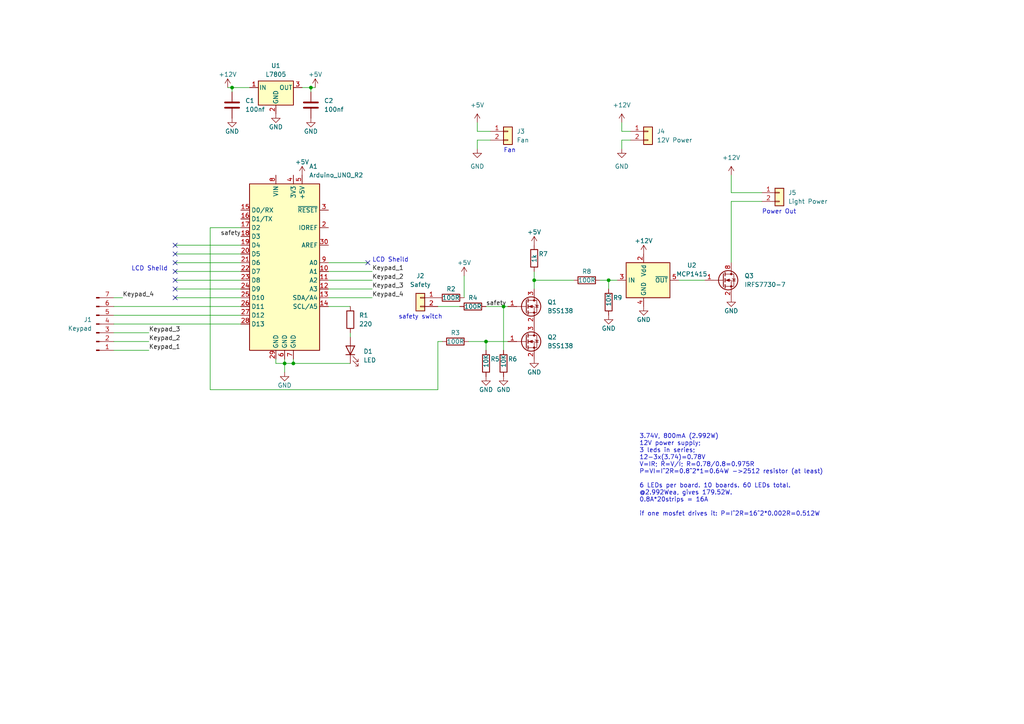
<source format=kicad_sch>
(kicad_sch (version 20211123) (generator eeschema)
  (paper "A4")
  (lib_symbols
    (symbol "Connector:Conn_01x07_Male" (pin_names (offset 1.016) hide)
      (property "Reference" "J" (at 0 10.16 0))
      (property "Value" "Conn_01x07_Male" (at 0 -10.16 0))
      (symbol "Conn_01x07_Male_1_1"
        (polyline (pts (xy 1.27 -7.62) (xy 0.8636 -7.62)) (stroke (width 0.1524)))
        (polyline (pts (xy 1.27 -5.08) (xy 0.8636 -5.08)) (stroke (width 0.1524)))
        (polyline (pts (xy 1.27 -2.54) (xy 0.8636 -2.54)) (stroke (width 0.1524)))
        (polyline (pts (xy 1.27 0) (xy 0.8636 0)) (stroke (width 0.1524)))
        (polyline (pts (xy 1.27 2.54) (xy 0.8636 2.54)) (stroke (width 0.1524)))
        (polyline (pts (xy 1.27 5.08) (xy 0.8636 5.08)) (stroke (width 0.1524)))
        (polyline (pts (xy 1.27 7.62) (xy 0.8636 7.62)) (stroke (width 0.1524)))
        (rectangle (start 0.8636 -7.493) (end 0 -7.747) (stroke (width 0.1524)) (fill (type outline)))
        (rectangle (start 0.8636 -4.953) (end 0 -5.207) (stroke (width 0.1524)) (fill (type outline)))
        (rectangle (start 0.8636 -2.413) (end 0 -2.667) (stroke (width 0.1524)) (fill (type outline)))
        (rectangle (start 0.8636 0.127) (end 0 -0.127) (stroke (width 0.1524)) (fill (type outline)))
        (rectangle (start 0.8636 2.667) (end 0 2.413) (stroke (width 0.1524)) (fill (type outline)))
        (rectangle (start 0.8636 5.207) (end 0 4.953) (stroke (width 0.1524)) (fill (type outline)))
        (rectangle (start 0.8636 7.747) (end 0 7.493) (stroke (width 0.1524)) (fill (type outline)))
        (pin passive line (at 5.08 7.62 180) (length 3.81) (name "Pin_1") (number "1"))
        (pin passive line (at 5.08 5.08 180) (length 3.81) (name "Pin_2") (number "2"))
        (pin passive line (at 5.08 2.54 180) (length 3.81) (name "Pin_3") (number "3"))
        (pin passive line (at 5.08 0 180) (length 3.81) (name "Pin_4") (number "4"))
        (pin passive line (at 5.08 -2.54 180) (length 3.81) (name "Pin_5") (number "5"))
        (pin passive line (at 5.08 -5.08 180) (length 3.81) (name "Pin_6") (number "6"))
        (pin passive line (at 5.08 -7.62 180) (length 3.81) (name "Pin_7") (number "7"))
      )
    )
    (symbol "Connector_Generic:Conn_01x02" (pin_names (offset 1.016) hide)
      (property "Reference" "J" (at 0 2.54 0))
      (property "Value" "Conn_01x02" (at 0 -5.08 0))
      (symbol "Conn_01x02_1_1"
        (rectangle (start -1.27 -2.413) (end 0 -2.667) (stroke (width 0.1524)))
        (rectangle (start -1.27 0.127) (end 0 -0.127) (stroke (width 0.1524)))
        (rectangle (start -1.27 1.27) (end 1.27 -3.81) (stroke (width 0.254)) (fill (type background)))
        (pin passive line (at -5.08 0 0) (length 3.81) (name "Pin_1") (number "1"))
        (pin passive line (at -5.08 -2.54 0) (length 3.81) (name "Pin_2") (number "2"))
      )
    )
    (symbol "Device:C" (pin_numbers hide) (pin_names (offset 0.254))
      (property "Reference" "C" (at 0.635 2.54 0))
      (property "Value" "C" (at 0.635 -2.54 0))
      (symbol "C_0_1"
        (polyline (pts (xy -2.032 -0.762) (xy 2.032 -0.762)) (stroke (width 0.508)))
        (polyline (pts (xy -2.032 0.762) (xy 2.032 0.762)) (stroke (width 0.508)))
      )
      (symbol "C_1_1"
        (pin passive line (at 0 3.81 270) (length 2.794) (name "~") (number "1"))
        (pin passive line (at 0 -3.81 90) (length 2.794) (name "~") (number "2"))
      )
    )
    (symbol "Device:LED" (pin_numbers hide) (pin_names (offset 1.016) hide)
      (property "Reference" "D" (at 0 2.54 0))
      (property "Value" "LED" (at 0 -2.54 0))
      (symbol "LED_0_1"
        (polyline (pts (xy -1.27 -1.27) (xy -1.27 1.27)) (stroke (width 0.254)))
        (polyline (pts (xy -1.27 0) (xy 1.27 0)))
        (polyline (pts (xy 1.27 -1.27) (xy 1.27 1.27) (xy -1.27 0) (xy 1.27 -1.27)) (stroke (width 0.254)))
        (polyline (pts (xy -3.048 -0.762) (xy -4.572 -2.286) (xy -3.81 -2.286) (xy -4.572 -2.286) (xy -4.572 -1.524)))
        (polyline (pts (xy -1.778 -0.762) (xy -3.302 -2.286) (xy -2.54 -2.286) (xy -3.302 -2.286) (xy -3.302 -1.524)))
      )
      (symbol "LED_1_1"
        (pin passive line (at -3.81 0 0) (length 2.54) (name "K") (number "1"))
        (pin passive line (at 3.81 0 180) (length 2.54) (name "A") (number "2"))
      )
    )
    (symbol "Device:R" (pin_numbers hide) (pin_names (offset 0))
      (property "Reference" "R" (at 2.032 0 90))
      (property "Value" "R" (at 0 0 90))
      (symbol "R_0_1"
        (rectangle (start -1.016 -2.54) (end 1.016 2.54) (stroke (width 0.254)))
      )
      (symbol "R_1_1"
        (pin passive line (at 0 3.81 270) (length 1.27) (name "~") (number "1"))
        (pin passive line (at 0 -3.81 90) (length 1.27) (name "~") (number "2"))
      )
    )
    (symbol "Driver_FET:MCP1415"
      (property "Reference" "U" (at -5.08 6.35 0))
      (property "Value" "MCP1415" (at 1.27 6.35 0))
      (symbol "MCP1415_0_1"
        (rectangle (start -5.08 5.08) (end 7.62 -5.08) (stroke (width 0.254)) (fill (type background)))
      )
      (symbol "MCP1415_1_1"
        (pin no_connect line (at 7.62 -2.54 180) (length 2.54) hide (name "NC") (number "1"))
        (pin power_in line (at 0 7.62 270) (length 2.54) (name "Vdd") (number "2"))
        (pin input line (at -7.62 0 0) (length 2.54) (name "IN") (number "3"))
        (pin power_in line (at 0 -7.62 90) (length 2.54) (name "GND") (number "4"))
        (pin output line (at 10.16 0 180) (length 2.54) (name "~{OUT}") (number "5"))
      )
    )
    (symbol "MCU_Module:Arduino_UNO_R2"
      (property "Reference" "A" (at -10.16 23.495 0))
      (property "Value" "Arduino_UNO_R2" (at 5.08 -26.67 0))
      (symbol "Arduino_UNO_R2_0_1"
        (rectangle (start -10.16 22.86) (end 10.16 -25.4) (stroke (width 0.254)) (fill (type background)))
      )
      (symbol "Arduino_UNO_R2_1_1"
        (pin no_connect line (at -10.16 -20.32 0) (length 2.54) hide (name "NC") (number "1"))
        (pin bidirectional line (at 12.7 -2.54 180) (length 2.54) (name "A1") (number "10"))
        (pin bidirectional line (at 12.7 -5.08 180) (length 2.54) (name "A2") (number "11"))
        (pin bidirectional line (at 12.7 -7.62 180) (length 2.54) (name "A3") (number "12"))
        (pin bidirectional line (at 12.7 -10.16 180) (length 2.54) (name "SDA/A4") (number "13"))
        (pin bidirectional line (at 12.7 -12.7 180) (length 2.54) (name "SCL/A5") (number "14"))
        (pin bidirectional line (at -12.7 15.24 0) (length 2.54) (name "D0/RX") (number "15"))
        (pin bidirectional line (at -12.7 12.7 0) (length 2.54) (name "D1/TX") (number "16"))
        (pin bidirectional line (at -12.7 10.16 0) (length 2.54) (name "D2") (number "17"))
        (pin bidirectional line (at -12.7 7.62 0) (length 2.54) (name "D3") (number "18"))
        (pin bidirectional line (at -12.7 5.08 0) (length 2.54) (name "D4") (number "19"))
        (pin output line (at 12.7 10.16 180) (length 2.54) (name "IOREF") (number "2"))
        (pin bidirectional line (at -12.7 2.54 0) (length 2.54) (name "D5") (number "20"))
        (pin bidirectional line (at -12.7 0 0) (length 2.54) (name "D6") (number "21"))
        (pin bidirectional line (at -12.7 -2.54 0) (length 2.54) (name "D7") (number "22"))
        (pin bidirectional line (at -12.7 -5.08 0) (length 2.54) (name "D8") (number "23"))
        (pin bidirectional line (at -12.7 -7.62 0) (length 2.54) (name "D9") (number "24"))
        (pin bidirectional line (at -12.7 -10.16 0) (length 2.54) (name "D10") (number "25"))
        (pin bidirectional line (at -12.7 -12.7 0) (length 2.54) (name "D11") (number "26"))
        (pin bidirectional line (at -12.7 -15.24 0) (length 2.54) (name "D12") (number "27"))
        (pin bidirectional line (at -12.7 -17.78 0) (length 2.54) (name "D13") (number "28"))
        (pin power_in line (at -2.54 -27.94 90) (length 2.54) (name "GND") (number "29"))
        (pin input line (at 12.7 15.24 180) (length 2.54) (name "~{RESET}") (number "3"))
        (pin input line (at 12.7 5.08 180) (length 2.54) (name "AREF") (number "30"))
        (pin power_out line (at 2.54 25.4 270) (length 2.54) (name "3V3") (number "4"))
        (pin power_out line (at 5.08 25.4 270) (length 2.54) (name "+5V") (number "5"))
        (pin power_in line (at 0 -27.94 90) (length 2.54) (name "GND") (number "6"))
        (pin power_in line (at 2.54 -27.94 90) (length 2.54) (name "GND") (number "7"))
        (pin power_in line (at -2.54 25.4 270) (length 2.54) (name "VIN") (number "8"))
        (pin bidirectional line (at 12.7 0 180) (length 2.54) (name "A0") (number "9"))
      )
    )
    (symbol "Regulator_Linear:L7805" (pin_names (offset 0.254))
      (property "Reference" "U" (at -3.81 3.175 0))
      (property "Value" "L7805" (at 0 3.175 0))
      (symbol "L7805_0_1"
        (rectangle (start -5.08 1.905) (end 5.08 -5.08) (stroke (width 0.254)) (fill (type background)))
      )
      (symbol "L7805_1_1"
        (pin power_in line (at -7.62 0 0) (length 2.54) (name "IN") (number "1"))
        (pin power_in line (at 0 -7.62 90) (length 2.54) (name "GND") (number "2"))
        (pin power_out line (at 7.62 0 180) (length 2.54) (name "OUT") (number "3"))
      )
    )
    (symbol "Steves_Library:IRFS7730-7" (pin_names (offset 0) hide)
      (property "Reference" "Q" (at 5.08 1.27 0))
      (property "Value" "IRFS7730-7" (at 5.08 -1.27 0))
      (symbol "IRFS7730-7_0_1"
        (polyline (pts (xy 0.254 0) (xy -2.54 0)))
        (polyline (pts (xy 0.254 1.905) (xy 0.254 -1.905)) (stroke (width 0.254)))
        (polyline (pts (xy 0.762 -1.27) (xy 0.762 -2.286)) (stroke (width 0.254)))
        (polyline (pts (xy 0.762 0.508) (xy 0.762 -0.508)) (stroke (width 0.254)))
        (polyline (pts (xy 0.762 2.286) (xy 0.762 1.27)) (stroke (width 0.254)))
        (polyline (pts (xy 2.54 2.54) (xy 2.54 1.778)))
        (polyline (pts (xy 2.54 -2.54) (xy 2.54 0) (xy 0.762 0)))
        (polyline (pts (xy 0.762 -1.778) (xy 3.302 -1.778) (xy 3.302 1.778) (xy 0.762 1.778)))
        (polyline (pts (xy 1.016 0) (xy 2.032 0.381) (xy 2.032 -0.381) (xy 1.016 0)) (fill (type outline)))
        (polyline (pts (xy 2.794 0.508) (xy 2.921 0.381) (xy 3.683 0.381) (xy 3.81 0.254)))
        (polyline (pts (xy 3.302 0.381) (xy 2.921 -0.254) (xy 3.683 -0.254) (xy 3.302 0.381)))
        (circle (center 1.651 0) (radius 2.794) (stroke (width 0.254)))
        (circle (center 2.54 -1.778) (radius 0.254) (fill (type outline)))
        (circle (center 2.54 1.778) (radius 0.254) (fill (type outline)))
      )
      (symbol "IRFS7730-7_1_1"
        (pin input line (at -5.08 0 0) (length 2.54) (name "G") (number "1"))
        (pin passive line (at 2.54 -5.08 90) (length 2.54) (name "S") (number "2"))
        (pin passive line (at 2.54 -5.08 90) (length 2.54) hide (name "S") (number "3"))
        (pin passive line (at 2.54 -5.08 90) (length 2.54) hide (name "S") (number "4"))
        (pin passive line (at 2.54 -5.08 90) (length 2.54) hide (name "S") (number "5"))
        (pin passive line (at 2.54 -5.08 90) (length 2.54) hide (name "S") (number "6"))
        (pin passive line (at 2.54 -5.08 90) (length 2.54) hide (name "S") (number "7"))
        (pin passive line (at 2.54 5.08 270) (length 2.54) (name "D") (number "8"))
      )
    )
    (symbol "Transistor_FET:BSS138" (pin_names hide)
      (property "Reference" "Q" (at 5.08 1.905 0))
      (property "Value" "BSS138" (at 5.08 0 0))
      (symbol "BSS138_0_1"
        (polyline (pts (xy 0.254 0) (xy -2.54 0)))
        (polyline (pts (xy 0.254 1.905) (xy 0.254 -1.905)) (stroke (width 0.254)))
        (polyline (pts (xy 0.762 -1.27) (xy 0.762 -2.286)) (stroke (width 0.254)))
        (polyline (pts (xy 0.762 0.508) (xy 0.762 -0.508)) (stroke (width 0.254)))
        (polyline (pts (xy 0.762 2.286) (xy 0.762 1.27)) (stroke (width 0.254)))
        (polyline (pts (xy 2.54 2.54) (xy 2.54 1.778)))
        (polyline (pts (xy 2.54 -2.54) (xy 2.54 0) (xy 0.762 0)))
        (polyline (pts (xy 0.762 -1.778) (xy 3.302 -1.778) (xy 3.302 1.778) (xy 0.762 1.778)))
        (polyline (pts (xy 1.016 0) (xy 2.032 0.381) (xy 2.032 -0.381) (xy 1.016 0)) (fill (type outline)))
        (polyline (pts (xy 2.794 0.508) (xy 2.921 0.381) (xy 3.683 0.381) (xy 3.81 0.254)))
        (polyline (pts (xy 3.302 0.381) (xy 2.921 -0.254) (xy 3.683 -0.254) (xy 3.302 0.381)))
        (circle (center 1.651 0) (radius 2.794) (stroke (width 0.254)))
        (circle (center 2.54 -1.778) (radius 0.254) (fill (type outline)))
        (circle (center 2.54 1.778) (radius 0.254) (fill (type outline)))
      )
      (symbol "BSS138_1_1"
        (pin input line (at -5.08 0 0) (length 2.54) (name "G") (number "1"))
        (pin passive line (at 2.54 -5.08 90) (length 2.54) (name "S") (number "2"))
        (pin passive line (at 2.54 5.08 270) (length 2.54) (name "D") (number "3"))
      )
    )
    (symbol "power:+12V" (power) (pin_names (offset 0))
      (property "Value" "+12V" (at 0 3.556 0))
      (symbol "+12V_0_1"
        (polyline (pts (xy -0.762 1.27) (xy 0 2.54)))
        (polyline (pts (xy 0 0) (xy 0 2.54)))
        (polyline (pts (xy 0 2.54) (xy 0.762 1.27)))
      )
      (symbol "+12V_1_1"
        (pin power_in line (at 0 0 90) (length 0) hide (name "+12V") (number "1"))
      )
    )
    (symbol "power:+5V" (power) (pin_names (offset 0))
      (property "Value" "+5V" (at 0 3.556 0))
      (symbol "+5V_0_1"
        (polyline (pts (xy -0.762 1.27) (xy 0 2.54)))
        (polyline (pts (xy 0 0) (xy 0 2.54)))
        (polyline (pts (xy 0 2.54) (xy 0.762 1.27)))
      )
      (symbol "+5V_1_1"
        (pin power_in line (at 0 0 90) (length 0) hide (name "+5V") (number "1"))
      )
    )
    (symbol "power:GND" (power) (pin_names (offset 0))
      (property "Value" "GND" (at 0 -3.81 0))
      (symbol "GND_0_1"
        (polyline (pts (xy 0 0) (xy 0 -1.27) (xy 1.27 -1.27) (xy 0 -2.54) (xy -1.27 -1.27) (xy 0 -1.27)))
      )
      (symbol "GND_1_1"
        (pin power_in line (at 0 0 270) (length 0) hide (name "GND") (number "1"))
      )
    )
  )
  (junction (at 154.94 81.28))
  (junction (at 176.53 81.28))
  (junction (at 90.17 25.4))
  (junction (at 67.31 25.4))
  (junction (at 85.09 105.41))
  (junction (at 146.05 88.9))
  (junction (at 82.55 105.41))
  (junction (at 140.97 99.06))
  (no_connect (at 50.8 81.28))
  (no_connect (at 50.8 83.82))
  (no_connect (at 50.8 78.74))
  (no_connect (at 50.8 76.2))
  (no_connect (at 106.68 76.2))
  (no_connect (at 50.8 73.66))
  (no_connect (at 50.8 71.12))
  (no_connect (at 50.8 86.36))
  (wire (pts (xy 67.31 25.4) (xy 67.31 26.67)))
  (wire (pts (xy 127 99.06) (xy 128.27 99.06)))
  (wire (pts (xy 196.85 81.28) (xy 204.47 81.28)))
  (wire (pts (xy 127 88.9) (xy 133.35 88.9)))
  (wire (pts (xy 33.02 101.6) (xy 43.18 101.6)))
  (wire (pts (xy 95.25 88.9) (xy 101.6 88.9)))
  (wire (pts (xy 80.01 105.41) (xy 82.55 105.41)))
  (wire (pts (xy 140.97 99.06) (xy 140.97 101.6)))
  (wire (pts (xy 95.25 81.28) (xy 107.95 81.28)))
  (wire (pts (xy 138.43 35.56) (xy 138.43 38.1)))
  (wire (pts (xy 180.34 38.1) (xy 182.88 38.1)))
  (wire (pts (xy 50.8 81.28) (xy 69.85 81.28)))
  (wire (pts (xy 60.96 66.04) (xy 69.85 66.04)))
  (wire (pts (xy 60.96 113.03) (xy 60.96 66.04)))
  (wire (pts (xy 33.02 88.9) (xy 69.85 88.9)))
  (wire (pts (xy 101.6 96.52) (xy 101.6 97.79)))
  (wire (pts (xy 180.34 43.18) (xy 180.34 40.64)))
  (wire (pts (xy 85.09 105.41) (xy 101.6 105.41)))
  (wire (pts (xy 50.8 76.2) (xy 69.85 76.2)))
  (wire (pts (xy 33.02 96.52) (xy 43.18 96.52)))
  (wire (pts (xy 140.97 99.06) (xy 147.32 99.06)))
  (wire (pts (xy 82.55 105.41) (xy 85.09 105.41)))
  (wire (pts (xy 90.17 25.4) (xy 91.44 25.4)))
  (wire (pts (xy 127 99.06) (xy 127 113.03)))
  (wire (pts (xy 135.89 99.06) (xy 140.97 99.06)))
  (wire (pts (xy 33.02 91.44) (xy 69.85 91.44)))
  (wire (pts (xy 146.05 88.9) (xy 146.05 101.6)))
  (wire (pts (xy 67.31 25.4) (xy 72.39 25.4)))
  (wire (pts (xy 95.25 86.36) (xy 107.95 86.36)))
  (wire (pts (xy 35.56 86.36) (xy 33.02 86.36)))
  (wire (pts (xy 90.17 25.4) (xy 90.17 26.67)))
  (wire (pts (xy 33.02 93.98) (xy 69.85 93.98)))
  (wire (pts (xy 50.8 73.66) (xy 69.85 73.66)))
  (wire (pts (xy 154.94 78.74) (xy 154.94 81.28)))
  (wire (pts (xy 50.8 71.12) (xy 69.85 71.12)))
  (wire (pts (xy 127 113.03) (xy 60.96 113.03)))
  (wire (pts (xy 220.98 58.42) (xy 212.09 58.42)))
  (wire (pts (xy 50.8 83.82) (xy 69.85 83.82)))
  (wire (pts (xy 220.98 55.88) (xy 212.09 55.88)))
  (wire (pts (xy 33.02 99.06) (xy 43.18 99.06)))
  (wire (pts (xy 180.34 35.56) (xy 180.34 38.1)))
  (wire (pts (xy 140.97 88.9) (xy 146.05 88.9)))
  (wire (pts (xy 176.53 81.28) (xy 179.07 81.28)))
  (wire (pts (xy 142.24 40.64) (xy 138.43 40.64)))
  (wire (pts (xy 66.04 25.4) (xy 67.31 25.4)))
  (wire (pts (xy 212.09 58.42) (xy 212.09 76.2)))
  (wire (pts (xy 50.8 86.36) (xy 69.85 86.36)))
  (wire (pts (xy 95.25 78.74) (xy 107.95 78.74)))
  (wire (pts (xy 154.94 81.28) (xy 166.37 81.28)))
  (wire (pts (xy 82.55 104.14) (xy 82.55 105.41)))
  (wire (pts (xy 50.8 78.74) (xy 69.85 78.74)))
  (wire (pts (xy 173.99 81.28) (xy 176.53 81.28)))
  (wire (pts (xy 212.09 55.88) (xy 212.09 50.8)))
  (wire (pts (xy 85.09 104.14) (xy 85.09 105.41)))
  (wire (pts (xy 95.25 76.2) (xy 106.68 76.2)))
  (wire (pts (xy 176.53 81.28) (xy 176.53 83.82)))
  (wire (pts (xy 138.43 38.1) (xy 142.24 38.1)))
  (wire (pts (xy 154.94 83.82) (xy 154.94 81.28)))
  (wire (pts (xy 138.43 40.64) (xy 138.43 43.18)))
  (wire (pts (xy 82.55 105.41) (xy 82.55 107.95)))
  (wire (pts (xy 80.01 104.14) (xy 80.01 105.41)))
  (wire (pts (xy 146.05 88.9) (xy 147.32 88.9)))
  (wire (pts (xy 95.25 83.82) (xy 107.95 83.82)))
  (wire (pts (xy 180.34 40.64) (xy 182.88 40.64)))
  (wire (pts (xy 87.63 25.4) (xy 90.17 25.4)))
  (wire (pts (xy 134.62 80.01) (xy 134.62 86.36)))
  (text "LCD Sheild" (at 107.95 76.2 0) (effects (font (size 1.27 1.27)) (justify left bottom)))
  (text "3.74V, 800mA (2.992W)\n12V power supply;\n3 leds in series;\n12-3x(3.74)=0.78V\nV=IR; R=V/I; R=0.78/0.8=0.975R\nP=VI=I^2R=0.8^2*1=0.64W ->2512 resistor (at least)\n\n6 LEDs per board. 10 boards. 60 LEDs total.\n@2.992Wea, gives 179.52W.\n0.8A*20strips = 16A\n\nif one mosfet drives it: P=I^2R=16^2*0.002R=0.512W" (at 185.42 149.86 0) (effects (font (size 1.27 1.27)) (justify left bottom)))
  (text "Power Out" (at 220.98 62.23 0) (effects (font (size 1.27 1.27)) (justify left bottom)))
  (text "Fan" (at 146.05 44.45 0) (effects (font (size 1.27 1.27)) (justify left bottom)))
  (text "LCD Sheild" (at 38.1 78.74 0) (effects (font (size 1.27 1.27)) (justify left bottom)))
  (text "safety switch" (at 115.57 92.71 0) (effects (font (size 1.27 1.27)) (justify left bottom)))
  (label "Keypad_1" (at 107.95 78.74 0))
  (label "Keypad_4" (at 107.95 86.36 0))
  (label "Keypad_3" (at 107.95 83.82 0))
  (label "Keypad_1" (at 43.18 101.6 0))
  (label "Keypad_2" (at 43.18 99.06 0))
  (label "safety" (at 140.97 88.9 0))
  (label "Keypad_4" (at 35.56 86.36 0))
  (label "safety" (at 69.85 68.58 180))
  (label "Keypad_3" (at 43.18 96.52 0))
  (label "Keypad_2" (at 107.95 81.28 0))
  (symbol (lib_id "Device:LED") (at 101.6 101.6 90) (unit 1)
    (property "Reference" "D1" (at 105.41 101.9174 90) (effects (justify right)))
    (property "Value" "LED" (at 105.41 104.4574 90) (effects (justify right)))
  )
  (symbol (lib_id "Device:R") (at 170.18 81.28 90) (unit 1)
    (property "Reference" "R8" (at 170.18 78.74 90))
    (property "Value" "100R" (at 170.18 81.28 90))
    (property "Footprint" "Resistor_SMD:R_0805_2012Metric" (effects hide))
  )
  (symbol (lib_id "power:GND") (at 82.55 107.95 0) (unit 1)
    (property "Reference" "#PWR04" (effects hide))
    (property "Value" "GND" (at 82.55 111.76 0))
  )
  (symbol (lib_id "power:GND") (at 90.17 34.29 0) (unit 1)
    (property "Reference" "#PWR06" (effects hide))
    (property "Value" "GND" (at 90.17 38.1 0))
  )
  (symbol (lib_id "Device:C") (at 67.31 30.48 0) (unit 1)
    (property "Reference" "C1" (at 71.12 29.2099 0) (effects (justify left)))
    (property "Value" "100nf" (at 71.12 31.7499 0) (effects (justify left)))
    (property "Footprint" "Capacitor_SMD:C_1206_3216Metric" (effects hide))
  )
  (symbol (lib_id "power:+5V") (at 154.94 71.12 0) (unit 1)
    (property "Reference" "#PWR013" (effects hide))
    (property "Value" "+5V" (at 154.94 67.31 0))
  )
  (symbol (lib_id "Regulator_Linear:L7805") (at 80.01 25.4 0) (unit 1)
    (property "Reference" "U1" (at 80.01 19.05 0))
    (property "Value" "L7805" (at 80.01 21.59 0))
    (property "Footprint" "Package_TO_SOT_SMD:TO-252-2" (effects hide))
    (property "Datasheet" "http://www.st.com/content/ccc/resource/technical/document/datasheet/41/4f/b3/b0/12/d4/47/88/CD00000444.pdf/files/CD00000444.pdf/jcr:content/translations/en.CD00000444.pdf" (effects hide))
  )
  (symbol (lib_id "power:+5V") (at 134.62 80.01 0) (unit 1)
    (property "Reference" "#PWR08" (effects hide))
    (property "Value" "+5V" (at 134.62 76.2 0))
  )
  (symbol (lib_id "Device:R") (at 101.6 92.71 0) (unit 1)
    (property "Reference" "R1" (at 104.14 91.4399 0) (effects (justify left)))
    (property "Value" "220" (at 104.14 93.9799 0) (effects (justify left)))
  )
  (symbol (lib_id "power:GND") (at 154.94 104.14 0) (unit 1)
    (property "Reference" "#PWR014" (effects hide))
    (property "Value" "GND" (at 154.94 107.95 0))
  )
  (symbol (lib_id "Device:R") (at 176.53 87.63 0) (unit 1)
    (property "Reference" "R9" (at 177.8 86.36 0) (effects (justify left)))
    (property "Value" "10K" (at 176.53 88.9 90) (effects (justify left)))
    (property "Footprint" "Resistor_SMD:R_0805_2012Metric" (effects hide))
  )
  (symbol (lib_id "power:+12V") (at 180.34 35.56 0) (unit 1)
    (property "Reference" "#PWR016" (effects hide))
    (property "Value" "+12V" (at 180.34 30.48 0))
  )
  (symbol (lib_id "power:GND") (at 180.34 43.18 0) (unit 1)
    (property "Reference" "#PWR017" (effects hide))
    (property "Value" "GND" (at 180.34 48.26 0))
  )
  (symbol (lib_id "power:+5V") (at 91.44 25.4 0) (unit 1)
    (property "Reference" "#PWR07" (effects hide))
    (property "Value" "+5V" (at 91.44 21.59 0))
  )
  (symbol (lib_id "Connector_Generic:Conn_01x02") (at 187.96 38.1 0) (unit 1)
    (property "Reference" "J4" (at 190.5 38.0999 0) (effects (justify left)))
    (property "Value" "12V Power" (at 190.5 40.6399 0) (effects (justify left)))
    (property "Footprint" "Connector_AMASS:AMASS_XT60-M_1x02_P7.20mm_Vertical" (effects hide))
  )
  (symbol (lib_id "Device:R") (at 140.97 105.41 0) (unit 1)
    (property "Reference" "R5" (at 142.24 104.14 0) (effects (justify left)))
    (property "Value" "10K" (at 140.97 106.68 90) (effects (justify left)))
    (property "Footprint" "Resistor_SMD:R_0805_2012Metric" (effects hide))
  )
  (symbol (lib_id "Device:R") (at 154.94 74.93 0) (unit 1)
    (property "Reference" "R7" (at 156.21 73.66 0) (effects (justify left)))
    (property "Value" "1k" (at 154.94 76.2 90) (effects (justify left)))
    (property "Footprint" "Resistor_SMD:R_0805_2012Metric" (effects hide))
  )
  (symbol (lib_id "Device:R") (at 146.05 105.41 0) (unit 1)
    (property "Reference" "R6" (at 147.32 104.14 0) (effects (justify left)))
    (property "Value" "10K" (at 146.05 106.68 90) (effects (justify left)))
    (property "Footprint" "Resistor_SMD:R_0805_2012Metric" (effects hide))
  )
  (symbol (lib_id "Transistor_FET:BSS138") (at 152.4 88.9 0) (unit 1)
    (property "Reference" "Q1" (at 158.75 87.6299 0) (effects (justify left)))
    (property "Value" "BSS138" (at 158.75 90.1699 0) (effects (justify left)))
    (property "Footprint" "Package_TO_SOT_SMD:SOT-23" (effects hide))
    (property "Datasheet" "https://www.onsemi.com/pub/Collateral/BSS138-D.PDF" (effects hide))
  )
  (symbol (lib_id "Steves_Library:IRFS7730-7") (at 209.55 81.28 0) (unit 1)
    (property "Reference" "Q3" (at 215.9 80.0099 0) (effects (justify left)))
    (property "Value" "IRFS7730-7" (at 215.9 82.5499 0) (effects (justify left)))
    (property "Footprint" "Package_TO_SOT_SMD:TO-263-7_TabPin8" (effects hide))
  )
  (symbol (lib_id "Connector_Generic:Conn_01x02") (at 226.06 55.88 0) (unit 1)
    (property "Reference" "J5" (at 228.6 55.8799 0) (effects (justify left)))
    (property "Value" "Light Power" (at 228.6 58.4199 0) (effects (justify left)))
    (property "Footprint" "Connector_AMASS:AMASS_XT60-F_1x02_P7.20mm_Vertical" (effects hide))
  )
  (symbol (lib_id "Device:C") (at 90.17 30.48 0) (unit 1)
    (property "Reference" "C2" (at 93.98 29.2099 0) (effects (justify left)))
    (property "Value" "100nf" (at 93.98 31.7499 0) (effects (justify left)))
    (property "Footprint" "Capacitor_SMD:C_1206_3216Metric" (effects hide))
  )
  (symbol (lib_id "Connector_Generic:Conn_01x02") (at 147.32 38.1 0) (unit 1)
    (property "Reference" "J3" (at 149.86 38.0999 0) (effects (justify left)))
    (property "Value" "Fan" (at 149.86 40.6399 0) (effects (justify left)))
    (property "Footprint" "Connector_JST:JST_EH_B2B-EH-A_1x02_P2.50mm_Vertical" (effects hide))
  )
  (symbol (lib_id "power:GND") (at 212.09 86.36 0) (unit 1)
    (property "Reference" "#PWR021" (effects hide))
    (property "Value" "GND" (at 212.09 90.17 0))
  )
  (symbol (lib_id "power:+5V") (at 87.63 50.8 0) (unit 1)
    (property "Reference" "#PWR05" (effects hide))
    (property "Value" "+5V" (at 87.63 46.99 0))
  )
  (symbol (lib_id "power:+12V") (at 66.04 25.4 0) (unit 1)
    (property "Reference" "#PWR01" (effects hide))
    (property "Value" "+12V" (at 66.04 21.59 0))
  )
  (symbol (lib_id "Connector:Conn_01x07_Male") (at 27.94 93.98 0) (mirror x) (unit 1)
    (property "Reference" "J1" (at 26.67 92.7099 0) (effects (justify right)))
    (property "Value" "Keypad" (at 26.67 95.2499 0) (effects (justify right)))
    (property "Footprint" "Connector_JST:JST_EH_B7B-EH-A_1x07_P2.50mm_Vertical" (effects hide))
  )
  (symbol (lib_id "MCU_Module:Arduino_UNO_R2") (at 82.55 76.2 0) (unit 1)
    (property "Reference" "A1" (at 89.6494 48.26 0) (effects (justify left)))
    (property "Value" "Arduino_UNO_R2" (at 89.6494 50.8 0) (effects (justify left)))
    (property "Footprint" "Module:Arduino_UNO_R2" (effects hide))
    (property "Datasheet" "https://www.arduino.cc/en/Main/arduinoBoardUno" (effects hide))
  )
  (symbol (lib_id "power:GND") (at 186.69 88.9 0) (unit 1)
    (property "Reference" "#PWR019" (effects hide))
    (property "Value" "GND" (at 186.69 92.71 0))
  )
  (symbol (lib_id "Connector_Generic:Conn_01x02") (at 121.92 86.36 0) (mirror y) (unit 1)
    (property "Reference" "J2" (at 121.92 80.01 0))
    (property "Value" "Safety" (at 121.92 82.55 0))
    (property "Footprint" "Connector_JST:JST_EH_B2B-EH-A_1x02_P2.50mm_Vertical" (effects hide))
  )
  (symbol (lib_id "Device:R") (at 137.16 88.9 90) (unit 1)
    (property "Reference" "R4" (at 137.16 86.36 90))
    (property "Value" "100R" (at 137.16 88.9 90))
    (property "Footprint" "Resistor_SMD:R_0805_2012Metric" (effects hide))
  )
  (symbol (lib_id "power:GND") (at 146.05 109.22 0) (unit 1)
    (property "Reference" "#PWR012" (effects hide))
    (property "Value" "GND" (at 146.05 113.03 0))
  )
  (symbol (lib_id "Transistor_FET:BSS138") (at 152.4 99.06 0) (unit 1)
    (property "Reference" "Q2" (at 158.75 97.7899 0) (effects (justify left)))
    (property "Value" "BSS138" (at 158.75 100.3299 0) (effects (justify left)))
    (property "Footprint" "Package_TO_SOT_SMD:SOT-23" (effects hide))
    (property "Datasheet" "https://www.onsemi.com/pub/Collateral/BSS138-D.PDF" (effects hide))
  )
  (symbol (lib_id "Driver_FET:MCP1415") (at 186.69 81.28 0) (unit 1)
    (property "Reference" "U2" (at 200.66 76.9493 0))
    (property "Value" "MCP1415" (at 200.66 79.4893 0))
    (property "Footprint" "Package_TO_SOT_SMD:SOT-23-5" (effects hide))
    (property "Datasheet" "http://ww1.microchip.com/downloads/en/DeviceDoc/20002092F.pdf" (effects hide))
  )
  (symbol (lib_id "Device:R") (at 130.81 86.36 90) (unit 1)
    (property "Reference" "R2" (at 130.81 83.82 90))
    (property "Value" "100R" (at 130.81 86.36 90))
    (property "Footprint" "Resistor_SMD:R_0805_2012Metric" (effects hide))
  )
  (symbol (lib_id "power:GND") (at 67.31 34.29 0) (unit 1)
    (property "Reference" "#PWR02" (effects hide))
    (property "Value" "GND" (at 67.31 38.1 0))
  )
  (symbol (lib_id "Device:R") (at 132.08 99.06 90) (unit 1)
    (property "Reference" "R3" (at 132.08 96.52 90))
    (property "Value" "100R" (at 132.08 99.06 90))
    (property "Footprint" "Resistor_SMD:R_0805_2012Metric" (effects hide))
  )
  (symbol (lib_id "power:GND") (at 138.43 43.18 0) (unit 1)
    (property "Reference" "#PWR010" (effects hide))
    (property "Value" "GND" (at 138.43 48.26 0))
  )
  (symbol (lib_id "power:GND") (at 140.97 109.22 0) (unit 1)
    (property "Reference" "#PWR011" (effects hide))
    (property "Value" "GND" (at 140.97 113.03 0))
  )
  (symbol (lib_id "power:+12V") (at 186.69 73.66 0) (unit 1)
    (property "Reference" "#PWR018" (effects hide))
    (property "Value" "+12V" (at 186.69 69.85 0))
  )
  (symbol (lib_id "power:+5V") (at 138.43 35.56 0) (unit 1)
    (property "Reference" "#PWR09" (effects hide))
    (property "Value" "+5V" (at 138.43 30.48 0))
  )
  (symbol (lib_id "power:GND") (at 176.53 91.44 0) (unit 1)
    (property "Reference" "#PWR015" (effects hide))
    (property "Value" "GND" (at 176.53 95.25 0))
  )
  (symbol (lib_id "power:+12V") (at 212.09 50.8 0) (unit 1)
    (property "Reference" "#PWR020" (effects hide))
    (property "Value" "+12V" (at 212.09 45.72 0))
  )
  (symbol (lib_id "power:GND") (at 80.01 33.02 0) (unit 1)
    (property "Reference" "#PWR03" (effects hide))
    (property "Value" "GND" (at 80.01 36.83 0))
  )
)
</source>
